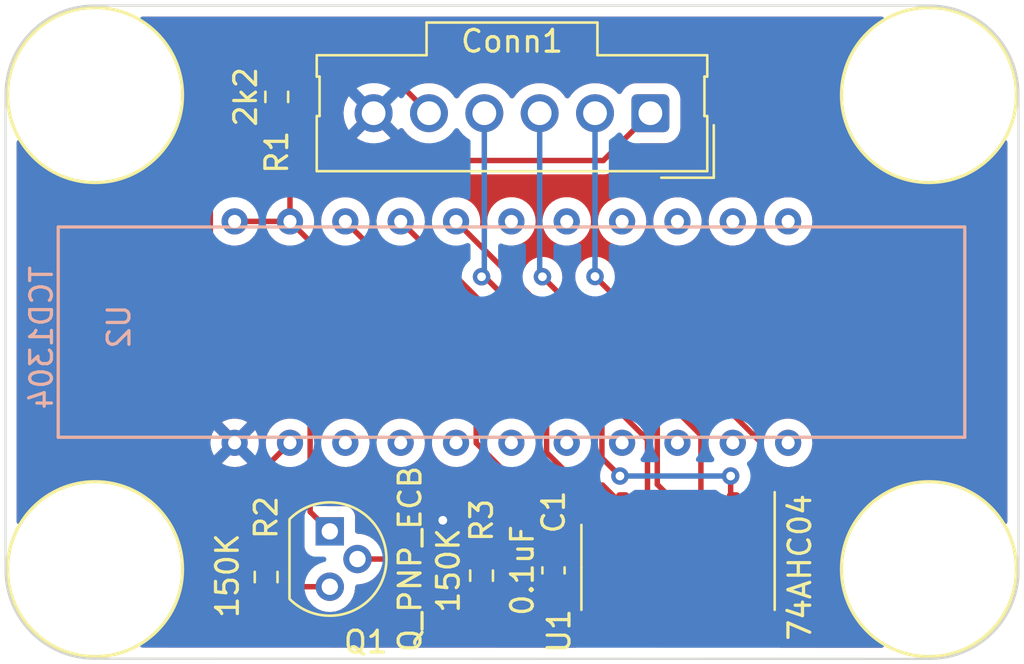
<source format=kicad_pcb>
(kicad_pcb (version 20211014) (generator pcbnew)
  (layers (0 "F.Cu" signal) (31 "B.Cu" signal) (34 "B.Paste" user) (35 "F.Paste" user) (36 "B.SilkS" user "B.Silkscreen") (37 "F.SilkS" user "F.Silkscreen") (38 "B.Mask" user) (39 "F.Mask" user) (44 "Edge.Cuts" user))
  (net 0 "")
  (net 1 "GND")
  (net 2 "+3V3")
  (net 3 "Net-(Conn1-Pad2)")
  (net 4 "Net-(Conn1-Pad3)")
  (net 5 "Net-(Conn1-Pad4)")
  (net 6 "Net-(Conn1-Pad5)")
  (net 7 "Net-(Q1-Pad2)")
  (net 8 "Net-(Q1-Pad3)")
  (net 9 "Net-(R2-Pad1)")
  (net 10 "Net-(U1-Pad2)")
  (net 11 "Net-(U1-Pad4)")
  (net 12 "Net-(U1-Pad6)")
  (footprint "MRDT_Drill_Holes:4_40_Hole_Corner" (layer "F.Cu") (at 93.4607 71.6393 180)
    (fp_text reference "H2" hide)
    (fp_text value "MountingHole" hide)
    (fp_circle (center 4.00812 -4.00812) (end 4.00812 0.00508) (layer "F.SilkS") (width 0.15) (fill none))
    (pad "" np_thru_hole circle locked (at 4.00812 -4.00812 180) (size 2.9464 2.9464) (drill 2.9464) (layers *.Cu *.Mask) (clearance 2.5))
  )
  (footprint "Resistor_SMD:R_0603_1608Metric" (layer "F.Cu") (at 97.79 53.975 -90)
    (fp_text reference "R1" (at 2.54 0 90) (layer "F.SilkS"))
    (fp_text value "2k2" (at 0 1.43 90) (layer "F.SilkS"))
    (fp_line (start -0.237258 0.5225) (end 0.237258 0.5225) (layer "F.SilkS") (width 0.12))
    (fp_line (start -0.237258 -0.5225) (end 0.237258 -0.5225) (layer "F.SilkS") (width 0.12))
    (pad "1" smd roundrect (at -0.825 0 270) (size 0.8 0.95) (layers "F.Cu" "F.Paste" "F.Mask") (net 6 "Net-(Conn1-Pad5)"))
    (pad "2" smd roundrect (at 0.825 0 270) (size 0.8 0.95) (layers "F.Cu" "F.Paste" "F.Mask") (net 2 "+3V3"))
  )
  (footprint "Resistor_SMD:R_0603_1608Metric" (layer "F.Cu") (at 107.188 75.946 90)
    (fp_text reference "R3" (at 2.54 0 90) (layer "F.SilkS"))
    (fp_text value "150K" (at 0.237258 -1.524 90) (layer "F.SilkS"))
    (fp_line (start -0.237258 -0.5225) (end 0.237258 -0.5225) (layer "F.SilkS") (width 0.12))
    (fp_line (start -0.237258 0.5225) (end 0.237258 0.5225) (layer "F.SilkS") (width 0.12))
    (pad "1" smd roundrect (at -0.825 0 90) (size 0.8 0.95) (layers "F.Cu" "F.Paste" "F.Mask") (net 7 "Net-(Q1-Pad2)"))
    (pad "2" smd roundrect (at 0.825 0 90) (size 0.8 0.95) (layers "F.Cu" "F.Paste" "F.Mask") (net 1 "GND"))
  )
  (footprint "Package_TO_SOT_THT:TO-92" (layer "F.Cu") (at 100.224 73.914 -90)
    (fp_text reference "Q1" (at 5.08 -1.651) (layer "F.SilkS"))
    (fp_text value "Q_PNP_ECB" (at 1.27 -3.683 90) (layer "F.SilkS"))
    (fp_line (start -0.53 1.85) (end 3.07 1.85) (layer "F.SilkS") (width 0.12))
    (fp_arc (start -0.568478 1.838478) (mid -1.132087 -0.994977) (end 1.27 -2.6) (layer "F.SilkS") (width 0.12))
    (fp_arc (start 1.27 -2.6) (mid 3.672087 -0.994977) (end 3.108478 1.838478) (layer "F.SilkS") (width 0.12))
    (pad "1" thru_hole rect (at 0 0 270) (size 1.3 1.3) (drill 0.75) (layers *.Cu *.Mask) (net 6 "Net-(Conn1-Pad5)"))
    (pad "2" thru_hole circle (at 1.27 -1.27 270) (size 1.3 1.3) (drill 0.75) (layers *.Cu *.Mask) (net 7 "Net-(Q1-Pad2)"))
    (pad "3" thru_hole circle (at 2.54 0 270) (size 1.3 1.3) (drill 0.75) (layers *.Cu *.Mask) (net 8 "Net-(Q1-Pad3)"))
  )
  (footprint "MRDT_Drill_Holes:4_40_Hole_Corner" (layer "F.Cu") (at 93.4607 57.9007 90)
    (fp_text reference "H4" hide)
    (fp_text value "MountingHole" hide)
    (fp_circle (center 4.00812 -4.00812) (end 4.00812 0.00508) (layer "F.SilkS") (width 0.15) (fill none))
    (pad "" np_thru_hole circle locked (at 4.00812 -4.00812 90) (size 2.9464 2.9464) (drill 2.9464) (layers *.Cu *.Mask) (clearance 2.5))
  )
  (footprint "MRDT_Drill_Holes:4_40_Hole_Corner" (layer "F.Cu") (at 123.7093 57.9007)
    (fp_text reference "H3" hide)
    (fp_text value "MountingHole" hide)
    (fp_circle (center 4.00812 -4.00812) (end 4.00812 0.00508) (layer "F.SilkS") (width 0.15) (fill none))
    (pad "" np_thru_hole circle locked (at 4.00812 -4.00812) (size 2.9464 2.9464) (drill 2.9464) (layers *.Cu *.Mask) (clearance 2.5))
  )
  (footprint "Capacitor_SMD:C_0603_1608Metric" (layer "F.Cu") (at 110.49 75.705 -90)
    (fp_text reference "C1" (at -2.68 0 90) (layer "F.SilkS"))
    (fp_text value "0.1uF" (at 0 1.43 90) (layer "F.SilkS"))
    (fp_line (start -0.14058 0.51) (end 0.14058 0.51) (layer "F.SilkS") (width 0.12))
    (fp_line (start -0.14058 -0.51) (end 0.14058 -0.51) (layer "F.SilkS") (width 0.12))
    (pad "1" smd roundrect (at -0.775 0 270) (size 0.9 0.95) (layers "F.Cu" "F.Paste" "F.Mask") (net 1 "GND"))
    (pad "2" smd roundrect (at 0.775 0 270) (size 0.9 0.95) (layers "F.Cu" "F.Paste" "F.Mask") (net 2 "+3V3"))
  )
  (footprint "Package_SO:SOIC-14_3.9x8.7mm_P1.27mm" (layer "F.Cu") (at 116.205 75.565 -90)
    (fp_text reference "U1" (at 2.921 5.461 -90) (layer "F.SilkS"))
    (fp_text value "74AHC04" (at 0 -5.588 90) (layer "F.SilkS"))
    (fp_line (start 0 -4.435) (end 1.95 -4.435) (layer "F.SilkS") (width 0.12))
    (fp_line (start 0 -4.435) (end -3.45 -4.435) (layer "F.SilkS") (width 0.12))
    (fp_line (start 0 4.435) (end -1.95 4.435) (layer "F.SilkS") (width 0.12))
    (fp_line (start 0 4.435) (end 1.95 4.435) (layer "F.SilkS") (width 0.12))
    (pad "1" smd roundrect (at -2.475 -3.81 270) (size 1.95 0.6) (layers "F.Cu" "F.Paste" "F.Mask") (net 3 "Net-(Conn1-Pad2)"))
    (pad "2" smd roundrect (at -2.475 -2.54 270) (size 1.95 0.6) (layers "F.Cu" "F.Paste" "F.Mask") (net 10 "Net-(U1-Pad2)"))
    (pad "3" smd roundrect (at -2.475 -1.27 270) (size 1.95 0.6) (layers "F.Cu" "F.Paste" "F.Mask") (net 4 "Net-(Conn1-Pad3)"))
    (pad "4" smd roundrect (at -2.475 0 270) (size 1.95 0.6) (layers "F.Cu" "F.Paste" "F.Mask") (net 11 "Net-(U1-Pad4)"))
    (pad "5" smd roundrect (at -2.475 1.27 270) (size 1.95 0.6) (layers "F.Cu" "F.Paste" "F.Mask") (net 5 "Net-(Conn1-Pad4)"))
    (pad "6" smd roundrect (at -2.475 2.54 270) (size 1.95 0.6) (layers "F.Cu" "F.Paste" "F.Mask") (net 12 "Net-(U1-Pad6)"))
    (pad "7" smd roundrect (at -2.475 3.81 270) (size 1.95 0.6) (layers "F.Cu" "F.Paste" "F.Mask") (net 1 "GND"))
    (pad "8" smd roundrect (at 2.475 3.81 270) (size 1.95 0.6) (layers "F.Cu" "F.Paste" "F.Mask"))
    (pad "9" smd roundrect (at 2.475 2.54 270) (size 1.95 0.6) (layers "F.Cu" "F.Paste" "F.Mask") (net 2 "+3V3"))
    (pad "10" smd roundrect (at 2.475 1.27 270) (size 1.95 0.6) (layers "F.Cu" "F.Paste" "F.Mask"))
    (pad "11" smd roundrect (at 2.475 0 270) (size 1.95 0.6) (layers "F.Cu" "F.Paste" "F.Mask") (net 2 "+3V3"))
    (pad "12" smd roundrect (at 2.475 -1.27 270) (size 1.95 0.6) (layers "F.Cu" "F.Paste" "F.Mask"))
    (pad "13" smd roundrect (at 2.475 -2.54 270) (size 1.95 0.6) (layers "F.Cu" "F.Paste" "F.Mask") (net 2 "+3V3"))
    (pad "14" smd roundrect (at 2.475 -3.81 270) (size 1.95 0.6) (layers "F.Cu" "F.Paste" "F.Mask") (net 2 "+3V3"))
  )
  (footprint "Resistor_SMD:R_0603_1608Metric" (layer "F.Cu") (at 97.303 76.009 -90)
    (fp_text reference "R2" (at -2.73 0 90) (layer "F.SilkS"))
    (fp_text value "150K" (at -0.063 1.778 90) (layer "F.SilkS"))
    (fp_line (start -0.237258 -0.5225) (end 0.237258 -0.5225) (layer "F.SilkS") (width 0.12))
    (fp_line (start -0.237258 0.5225) (end 0.237258 0.5225) (layer "F.SilkS") (width 0.12))
    (pad "1" smd roundrect (at -0.825 0 270) (size 0.8 0.95) (layers "F.Cu" "F.Paste" "F.Mask") (net 9 "Net-(R2-Pad1)"))
    (pad "2" smd roundrect (at 0.825 0 270) (size 0.8 0.95) (layers "F.Cu" "F.Paste" "F.Mask") (net 8 "Net-(Q1-Pad3)"))
  )
  (footprint "MRDT_Drill_Holes:4_40_Hole_Corner" (layer "F.Cu") (at 123.7093 71.6393 -90)
    (fp_text reference "H1" hide)
    (fp_text value "MountingHole" hide)
    (fp_circle (center 4.00812 -4.00812) (end 4.00812 0.00508) (layer "F.SilkS") (width 0.15) (fill none))
    (pad "" np_thru_hole circle locked (at 4.00812 -4.00812 270) (size 2.9464 2.9464) (drill 2.9464) (layers *.Cu *.Mask) (clearance 2.5))
  )
  (footprint "Connector_Molex:Molex_SL_171971-0006_1x06_P2.54mm_Vertical" (layer "F.Cu") (at 114.935 54.725 180)
    (fp_text reference "Conn1" (at 6.35 3.302) (layer "F.SilkS"))
    (fp_text value "Molex_SL_06")
    (fp_line (start 10.27 4.16) (end 10.27 2.66) (layer "F.SilkS") (width 0.12))
    (fp_line (start 2.43 4.16) (end 10.27 4.16) (layer "F.SilkS") (width 0.12))
    (fp_line (start 2.43 2.66) (end 2.43 4.16) (layer "F.SilkS") (width 0.12))
    (fp_line (start 15.31 -2.66) (end -2.61 -2.66) (layer "F.SilkS") (width 0.12))
    (fp_line (start -2.61 -0.13) (end -2.48 -0.13) (layer "F.SilkS") (width 0.12))
    (fp_line (start -2.48 -0.13) (end -2.48 1.68) (layer "F.SilkS") (width 0.12))
    (fp_line (start 15.18 1.68) (end 15.18 -0.13) (layer "F.SilkS") (width 0.12))
    (fp_line (start -2.61 2.66) (end 2.43 2.66) (layer "F.SilkS") (width 0.12))
    (fp_line (start 10.27 2.66) (end 15.31 2.66) (layer "F.SilkS") (width 0.12))
    (fp_line (start 15.31 1.68) (end 15.18 1.68) (layer "F.SilkS") (width 0.12))
    (fp_line (start -2.91 -0.55) (end -2.91 -2.96) (layer "F.SilkS") (width 0.12))
    (fp_line (start -2.91 -2.96) (end -0.5 -2.96) (layer "F.SilkS") (width 0.12))
    (fp_line (start -2.61 -2.66) (end -2.61 -0.13) (layer "F.SilkS") (width 0.12))
    (fp_line (start -2.61 1.68) (end -2.61 2.66) (layer "F.SilkS") (width 0.12))
    (fp_line (start 15.31 2.66) (end 15.31 1.68) (layer "F.SilkS") (width 0.12))
    (fp_line (start -2.48 1.68) (end -2.61 1.68) (layer "F.SilkS") (width 0.12))
    (fp_line (start 15.31 -0.13) (end 15.31 -2.66) (layer "F.SilkS") (width 0.12))
    (fp_line (start 15.18 -0.13) (end 15.31 -0.13) (layer "F.SilkS") (width 0.12))
    (pad "1" thru_hole roundrect (at 0 0 180) (size 1.74 1.74) (drill 1.09) (layers *.Cu *.Mask) (roundrect_rratio 0.143678) (net 2 "+3V3"))
    (pad "2" thru_hole circle (at 2.54 0 180) (size 1.74 1.74) (drill 1.09) (layers *.Cu *.Mask) (net 3 "Net-(Conn1-Pad2)"))
    (pad "3" thru_hole circle (at 5.08 0 180) (size 1.74 1.74) (drill 1.09) (layers *.Cu *.Mask) (net 4 "Net-(Conn1-Pad3)"))
    (pad "4" thru_hole circle (at 7.62 0 180) (size 1.74 1.74) (drill 1.09) (layers *.Cu *.Mask) (net 5 "Net-(Conn1-Pad4)"))
    (pad "5" thru_hole circle (at 10.16 0 180) (size 1.74 1.74) (drill 1.09) (layers *.Cu *.Mask) (net 6 "Net-(Conn1-Pad5)"))
    (pad "6" thru_hole circle (at 12.7 0 180) (size 1.74 1.74) (drill 1.09) (layers *.Cu *.Mask) (net 1 "GND"))
  )
  (footprint "MRDT_Sensors:TCD-1304" (layer "B.Cu") (at 95.885 59.691 -90)
    (fp_text reference "U2" (at 4.826 5.334 90) (layer "B.SilkS") (effects (justify mirror)))
    (fp_text value "TCD1304" (at 5.334 8.89 90) (layer "B.SilkS") (effects (justify mirror)))
    (fp_line (start 0.254 8.1228) (end 9.904 8.1228) (layer "B.SilkS") (width 0.15))
    (fp_line (start 0.254 -33.4772) (end 9.904 -33.4772) (layer "B.SilkS") (width 0.15))
    (fp_line (start 0.254 -33.4772) (end 0.254 8.1228) (layer "B.SilkS") (width 0.15))
    (fp_line (start 9.904 -33.4772) (end 9.904 8.1228) (layer "B.SilkS") (width 0.15))
    (pad "1" thru_hole circle locked (at -0.001 0.028 270) (size 1.2 1.2) (drill 0.6) (layers *.Cu *.Mask) (net 2 "+3V3"))
    (pad "2" thru_hole circle locked (at -0.001 -2.512 270) (size 1.2 1.2) (drill 0.6) (layers *.Cu *.Mask) (net 2 "+3V3"))
    (pad "3" thru_hole circle locked (at -0.001 -5.052 270) (size 1.2 1.2) (drill 0.6) (layers *.Cu *.Mask) (net 12 "Net-(U1-Pad6)"))
    (pad "4" thru_hole circle locked (at -0.001 -7.592 270) (size 1.2 1.2) (drill 0.6) (layers *.Cu *.Mask) (net 10 "Net-(U1-Pad2)"))
    (pad "5" thru_hole circle locked (at -0.001 -10.132 270) (size 1.2 1.2) (drill 0.6) (layers *.Cu *.Mask) (net 11 "Net-(U1-Pad4)"))
    (pad "6" thru_hole circle locked (at -0.001 -12.672 270) (size 1.2 1.2) (drill 0.6) (layers *.Cu *.Mask))
    (pad "7" thru_hole circle locked (at -0.001 -15.212 270) (size 1.2 1.2) (drill 0.6) (layers *.Cu *.Mask))
    (pad "8" thru_hole circle locked (at -0.001 -17.752 270) (size 1.2 1.2) (drill 0.6) (layers *.Cu *.Mask))
    (pad "9" thru_hole circle locked (at -0.001 -20.292 270) (size 1.2 1.2) (drill 0.6) (layers *.Cu *.Mask))
    (pad "10" thru_hole circle locked (at -0.001 -22.832 270) (size 1.2 1.2) (drill 0.6) (layers *.Cu *.Mask))
    (pad "11" thru_hole circle locked (at -0.001 -25.372 270) (size 1.2 1.2) (drill 0.6) (layers *.Cu *.Mask))
    (pad "12" thru_hole circle locked (at 10.159 -25.372 270) (size 1.2 1.2) (drill 0.6) (layers *.Cu *.Mask))
    (pad "13" thru_hole circle locked (at 10.159 -22.832 270) (size 1.2 1.2) (drill 0.6) (layers *.Cu *.Mask))
    (pad "14" thru_hole circle locked (at 10.159 -20.292 270) (size 1.2 1.2) (drill 0.6) (layers *.Cu *.Mask))
    (pad "15" thru_hole circle locked (at 10.159 -17.752 270) (size 1.2 1.2) (drill 0.6) (layers *.Cu *.Mask))
    (pad "16" thru_hole circle locked (at 10.159 -15.212 270) (size 1.2 1.2) (drill 0.6) (layers *.Cu *.Mask))
    (pad "17" thru_hole circle locked (at 10.159 -12.672 270) (size 1.2 1.2) (drill 0.6) (layers *.Cu *.Mask))
    (pad "18" thru_hole circle locked (at 10.159 -10.132 270) (size 1.2 1.2) (drill 0.6) (layers *.Cu *.Mask))
    (pad "19" thru_hole circle locked (at 10.159 -7.592 270) (size 1.2 1.2) (drill 0.6) (layers *.Cu *.Mask))
    (pad "20" thru_hole circle locked (at 10.159 -5.052 270) (size 1.2 1.2) (drill 0.6) (layers *.Cu *.Mask))
    (pad "21" thru_hole circle locked (at 10.159 -2.512 270) (size 1.2 1.2) (drill 0.6) (layers *.Cu *.Mask) (net 9 "Net-(R2-Pad1)"))
    (pad "22" thru_hole circle locked (at 10.159 0.028 270) (size 1.2 1.2) (drill 0.6) (layers *.Cu *.Mask) (net 1 "GND"))
  )
  (gr_line (start 131.825999 75.946) (end 131.826 53.848) (layer "Edge.Cuts") (width 0.1))
  (gr_arc (start 89.408 79.756) (mid 86.534318 78.565682) (end 85.344 75.692) (layer "Edge.Cuts") (width 0.1))
  (gr_arc (start 127.762 49.784) (mid 130.635682 50.974318) (end 131.826 53.848) (layer "Edge.Cuts") (width 0.1))
  (gr_arc (start 131.825999 75.946) (mid 130.55004 78.659733) (end 127.762 79.763929) (layer "Edge.Cuts") (width 0.1))
  (gr_line (start 127.762 79.763929) (end 89.408 79.756) (layer "Edge.Cuts") (width 0.1))
  (gr_line (start 85.344 75.692) (end 85.344 53.848) (layer "Edge.Cuts") (width 0.1))
  (gr_line (start 89.408 49.784) (end 127.762 49.784) (layer "Edge.Cuts") (width 0.1))
  (gr_arc (start 85.344 53.848) (mid 86.534318 50.974318) (end 89.408 49.784) (layer "Edge.Cuts") (width 0.1))
  (via (at 105.41 73.406) (size 0.8) (drill 0.4) (layers "F.Cu" "B.Cu") (net 1))
  (segment (start 114.935 54.725) (end 113.405 56.255) (width 0.25) (layer "F.Cu") (net 2))
  (segment (start 116.205 78.04) (end 116.205 77.663249) (width 0.25) (layer "F.Cu") (net 2))
  (segment (start 118.455 76.48) (end 117.561751 76.48) (width 0.25) (layer "F.Cu") (net 2))
  (segment (start 108.966 75.184) (end 108.966 71.882) (width 0.25) (layer "F.Cu") (net 2))
  (segment (start 113.405 56.255) (end 113.216278 56.443722) (width 0.25) (layer "F.Cu") (net 2))
  (segment (start 112.776 56.896) (end 113.405 56.267) (width 0.25) (layer "F.Cu") (net 2))
  (segment (start 118.745 77.663249) (end 117.561751 76.48) (width 0.25) (layer "F.Cu") (net 2))
  (segment (start 98.397 56.487) (end 98.806 56.896) (width 0.25) (layer "F.Cu") (net 2))
  (segment (start 118.745 78.04) (end 118.745 77.663249) (width 0.25) (layer "F.Cu") (net 2))
  (segment (start 106.942 68.235) (end 106.942 69.858) (width 0.25) (layer "F.Cu") (net 2))
  (segment (start 108.966 71.882) (end 106.942 69.858) (width 0.25) (layer "F.Cu") (net 2))
  (segment (start 98.397 59.69) (end 106.942 68.235) (width 0.25) (layer "F.Cu") (net 2))
  (segment (start 120.015 78.04) (end 118.455 76.48) (width 0.25) (layer "F.Cu") (net 2))
  (segment (start 116.205 77.663249) (end 115.021751 76.48) (width 0.25) (layer "F.Cu") (net 2))
  (segment (start 113.665 77.663249) (end 112.481751 76.48) (width 0.25) (layer "F.Cu") (net 2))
  (segment (start 113.665 78.04) (end 113.665 77.663249) (width 0.25) (layer "F.Cu") (net 2))
  (segment (start 112.481751 76.48) (end 110.49 76.48) (width 0.25) (layer "F.Cu") (net 2))
  (segment (start 98.806 56.896) (end 112.776 56.896) (width 0.25) (layer "F.Cu") (net 2))
  (segment (start 95.857 59.69) (end 98.397 59.69) (width 0.25) (layer "F.Cu") (net 2))
  (segment (start 115.021751 76.48) (end 112.481751 76.48) (width 0.25) (layer "F.Cu") (net 2))
  (segment (start 110.262 76.48) (end 108.966 75.184) (width 0.25) (layer "F.Cu") (net 2))
  (segment (start 97.79 55.88) (end 98.397 56.487) (width 0.25) (layer "F.Cu") (net 2))
  (segment (start 110.49 76.48) (end 110.262 76.48) (width 0.25) (layer "F.Cu") (net 2))
  (segment (start 117.561751 76.48) (end 115.021751 76.48) (width 0.25) (layer "F.Cu") (net 2))
  (segment (start 97.79 54.8) (end 97.79 55.88) (width 0.25) (layer "F.Cu") (net 2))
  (segment (start 113.405 56.267) (end 113.405 56.255) (width 0.25) (layer "F.Cu") (net 2))
  (segment (start 98.397 56.487) (end 98.397 59.69) (width 0.25) (layer "F.Cu") (net 2))
  (segment (start 120.015 73.09) (end 120.015 69.839852) (width 0.25) (layer "F.Cu") (net 3))
  (segment (start 120.015 69.839852) (end 112.395 62.219852) (width 0.25) (layer "F.Cu") (net 3))
  (via (at 112.395 62.219852) (size 0.8) (drill 0.4) (layers "F.Cu" "B.Cu") (net 3))
  (segment (start 112.395 54.725) (end 112.395 62.219852) (width 0.25) (layer "B.Cu") (net 3))
  (segment (start 117.25412 69.50212) (end 117.25412 72.86912) (width 0.25) (layer "F.Cu") (net 4))
  (segment (start 109.982 62.23) (end 117.25412 69.50212) (width 0.25) (layer "F.Cu") (net 4))
  (segment (start 117.25412 72.86912) (end 117.475 73.09) (width 0.25) (layer "F.Cu") (net 4))
  (via (at 109.982 62.23) (size 0.8) (drill 0.4) (layers "F.Cu" "B.Cu") (net 4))
  (segment (start 109.855 54.725) (end 109.855 62.23) (width 0.25) (layer "B.Cu") (net 4))
  (segment (start 109.855 62.23) (end 109.982 62.23) (width 0.25) (layer "B.Cu") (net 4))
  (segment (start 107.188 62.23) (end 107.325148 62.23) (width 0.25) (layer "F.Cu") (net 5))
  (segment (start 114.802 69.706852) (end 114.802 72.957) (width 0.25) (layer "F.Cu") (net 5))
  (segment (start 114.802 72.957) (end 114.935 73.09) (width 0.25) (layer "F.Cu") (net 5))
  (segment (start 107.325148 62.23) (end 114.802 69.706852) (width 0.25) (layer "F.Cu") (net 5))
  (via (at 107.188 62.23) (size 0.8) (drill 0.4) (layers "F.Cu" "B.Cu") (net 5))
  (segment (start 107.198148 62.219852) (end 107.188 62.23) (width 0.25) (layer "B.Cu") (net 5))
  (segment (start 107.315 54.725) (end 107.315 62.219852) (width 0.25) (layer "B.Cu") (net 5))
  (segment (start 107.315 62.219852) (end 107.198148 62.219852) (width 0.25) (layer "B.Cu") (net 5))
  (segment (start 99.322 73.012) (end 99.322 67.3815) (width 0.25) (layer "F.Cu") (net 6))
  (segment (start 94.742 55.88) (end 97.472 53.15) (width 0.25) (layer "F.Cu") (net 6))
  (segment (start 103.2 53.15) (end 104.775 54.725) (width 0.25) (layer "F.Cu") (net 6))
  (segment (start 94.742 62.8015) (end 94.742 55.88) (width 0.25) (layer "F.Cu") (net 6))
  (segment (start 97.472 53.15) (end 97.79 53.15) (width 0.25) (layer "F.Cu") (net 6))
  (segment (start 100.224 73.914) (end 99.322 73.012) (width 0.25) (layer "F.Cu") (net 6))
  (segment (start 99.322 67.3815) (end 94.742 62.8015) (width 0.25) (layer "F.Cu") (net 6))
  (segment (start 97.79 53.15) (end 103.2 53.15) (width 0.25) (layer "F.Cu") (net 6))
  (segment (start 107.188 76.771) (end 105.601 75.184) (width 0.25) (layer "F.Cu") (net 7))
  (segment (start 105.601 75.184) (end 101.494 75.184) (width 0.25) (layer "F.Cu") (net 7))
  (segment (start 97.683 76.454) (end 97.303 76.834) (width 0.25) (layer "F.Cu") (net 8))
  (segment (start 100.224 76.454) (end 97.683 76.454) (width 0.25) (layer "F.Cu") (net 8))
  (segment (start 97.155 71.092) (end 97.155 74.93) (width 0.25) (layer "F.Cu") (net 9))
  (segment (start 98.397 69.85) (end 97.155 71.092) (width 0.25) (layer "F.Cu") (net 9))
  (segment (start 112.712 70.548) (end 113.538 71.374) (width 0.25) (layer "F.Cu") (net 10))
  (segment (start 112.712 68.925) (end 112.712 70.548) (width 0.25) (layer "F.Cu") (net 10))
  (segment (start 118.618 71.374) (end 118.618 72.963) (width 0.25) (layer "F.Cu") (net 10))
  (segment (start 118.745 72.39) (end 118.745 73.09) (width 0.25) (layer "F.Cu") (net 10))
  (segment (start 118.618 72.963) (end 118.745 73.09) (width 0.25) (layer "F.Cu") (net 10))
  (segment (start 103.477 59.69) (end 112.712 68.925) (width 0.25) (layer "F.Cu") (net 10))
  (via (at 118.618 71.374) (size 0.8) (drill 0.4) (layers "F.Cu" "B.Cu") (net 10))
  (via (at 113.538 71.374) (size 0.8) (drill 0.4) (layers "F.Cu" "B.Cu") (net 10))
  (segment (start 113.538 71.374) (end 118.618 71.374) (width 0.25) (layer "B.Cu") (net 10))
  (segment (start 106.017 59.69) (end 115.252 68.925) (width 0.25) (layer "F.Cu") (net 11))
  (segment (start 115.252 68.925) (end 115.252 71.760249) (width 0.25) (layer "F.Cu") (net 11))
  (segment (start 115.252 71.760249) (end 116.205 72.713249) (width 0.25) (layer "F.Cu") (net 11))
  (segment (start 116.205 72.713249) (end 116.205 73.09) (width 0.25) (layer "F.Cu") (net 11))
  (segment (start 111.668 71.79) (end 112.741751 71.79) (width 0.25) (layer "F.Cu") (net 12))
  (segment (start 113.665 72.713249) (end 113.665 73.09) (width 0.25) (layer "F.Cu") (net 12))
  (segment (start 100.937 59.69) (end 110.172 68.925) (width 0.25) (layer "F.Cu") (net 12))
  (segment (start 112.741751 71.79) (end 113.665 72.713249) (width 0.25) (layer "F.Cu") (net 12))
  (segment (start 110.172 70.294) (end 111.668 71.79) (width 0.25) (layer "F.Cu") (net 12))
  (segment (start 110.172 68.925) (end 110.172 70.294) (width 0.25) (layer "F.Cu") (net 12))
  (segment (start 100.937 59.69) (end 100.965 59.69) (width 0.25) (layer "F.Cu") (net 12))
  (zone (net 1) (net_name "GND") (layers F&B.Cu) (connect_pads (clearance 0.508)) (min_thickness 0.254) (fill yes (thermal_gap 0.508) (thermal_bridge_width 0.508))
    (polygon (pts (xy 132.08 80.01) (xy 85.09 80.01) (xy 85.09 49.53) (xy 132.08 49.53)))
  )
)
</source>
